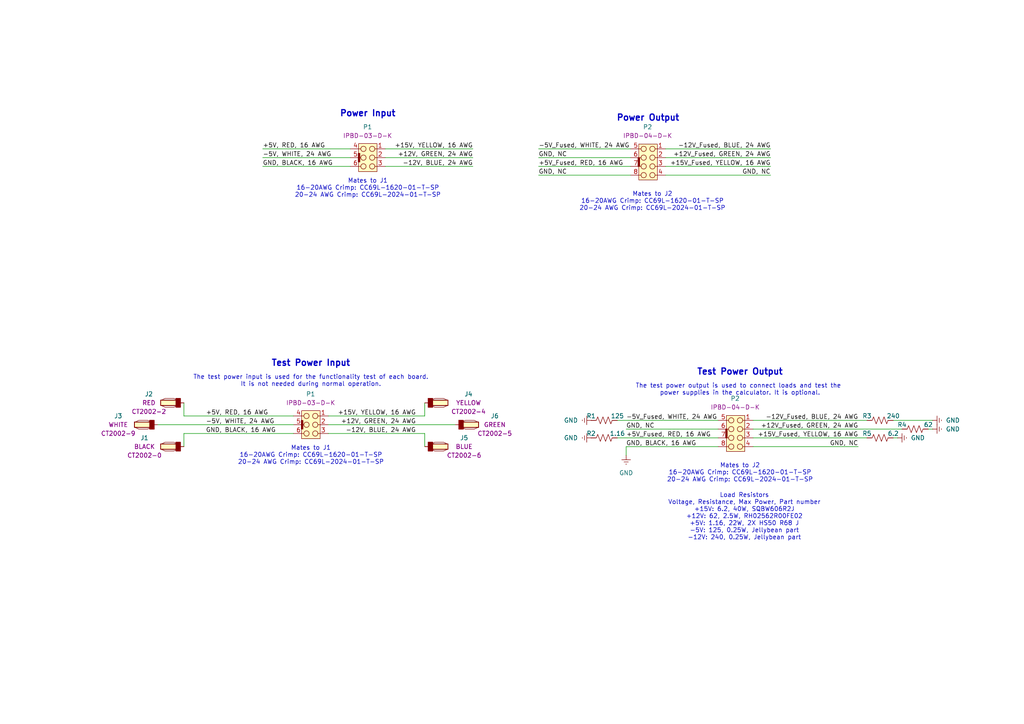
<source format=kicad_sch>
(kicad_sch (version 20250114) (generator "eeschema") (generator_version "9.0")
  (paper "A4")
  (lib_symbols
    (symbol "DB:Banana_Connectors/CT2002-0" (pin_numbers (hide yes)) (pin_names (hide yes))
      (property "Reference" "J" (at -0.762 2.286 0))
      (property "Color" "BLACK" (at -0.254 -2.54 0))
      (property "MPN" "CT2002-0" (at 0 0 0))
      (symbol "Banana_Connectors/CT2002-0_0_1"
        (rectangle (start -2.921 0.762) (end 2.159 -0.762) (stroke (width 0.254)) (fill (type background)))
        (polyline (pts (xy -2.794 0.762) (xy -1.651 1.27) (xy 0.889 1.27) (xy 2.032 0.762)))
        (polyline (pts (xy -2.794 -0.762) (xy -1.651 -1.27) (xy 0.889 -1.27) (xy 2.032 -0.762)))
        (rectangle (start 1.524 1.27) (end 2.794 -1.27) (stroke (width 0.254)) (fill (type outline)))
      )
      (symbol "Banana_Connectors/CT2002-0_1_1"
        (pin passive line (at 3.81 0 180) (length 1) (name "") (number "J"))
      )
    )
    (symbol "DB:Banana_Connectors/CT2002-2" (pin_numbers (hide yes)) (pin_names (hide yes))
      (property "Reference" "J" (at -0.762 2.286 0))
      (property "Color" "RED" (at -0.254 -2.54 0))
      (property "MPN" "CT2002-2" (at 0 0 0))
      (symbol "Banana_Connectors/CT2002-2_0_1"
        (rectangle (start -2.921 0.762) (end 2.159 -0.762) (stroke (width 0.254)) (fill (type background)))
        (polyline (pts (xy -2.794 0.762) (xy -1.651 1.27) (xy 0.889 1.27) (xy 2.032 0.762)))
        (polyline (pts (xy -2.794 -0.762) (xy -1.651 -1.27) (xy 0.889 -1.27) (xy 2.032 -0.762)))
        (rectangle (start 1.524 1.27) (end 2.794 -1.27) (stroke (width 0.254)) (fill (type outline)))
      )
      (symbol "Banana_Connectors/CT2002-2_1_1"
        (pin passive line (at 3.81 0 180) (length 1) (name "") (number "J"))
      )
    )
    (symbol "DB:Banana_Connectors/CT2002-4" (pin_numbers (hide yes)) (pin_names (hide yes))
      (property "Reference" "J" (at -0.762 2.286 0))
      (property "Color" "YELLOW" (at -0.254 -2.54 0))
      (property "MPN" "CT2002-4" (at 0 0 0))
      (symbol "Banana_Connectors/CT2002-4_0_1"
        (rectangle (start -2.921 0.762) (end 2.159 -0.762) (stroke (width 0.254)) (fill (type background)))
        (polyline (pts (xy -2.794 0.762) (xy -1.651 1.27) (xy 0.889 1.27) (xy 2.032 0.762)))
        (polyline (pts (xy -2.794 -0.762) (xy -1.651 -1.27) (xy 0.889 -1.27) (xy 2.032 -0.762)))
        (rectangle (start 1.524 1.27) (end 2.794 -1.27) (stroke (width 0.254)) (fill (type outline)))
      )
      (symbol "Banana_Connectors/CT2002-4_1_1"
        (pin passive line (at 3.81 0 180) (length 1) (name "") (number "J"))
      )
    )
    (symbol "DB:Banana_Connectors/CT2002-5" (pin_numbers (hide yes)) (pin_names (hide yes))
      (property "Reference" "J" (at -0.762 2.286 0))
      (property "Color" "GREEN" (at -0.254 -2.54 0))
      (property "MPN" "CT2002-5" (at 0 0 0))
      (symbol "Banana_Connectors/CT2002-5_0_1"
        (rectangle (start -2.921 0.762) (end 2.159 -0.762) (stroke (width 0.254)) (fill (type background)))
        (polyline (pts (xy -2.794 0.762) (xy -1.651 1.27) (xy 0.889 1.27) (xy 2.032 0.762)))
        (polyline (pts (xy -2.794 -0.762) (xy -1.651 -1.27) (xy 0.889 -1.27) (xy 2.032 -0.762)))
        (rectangle (start 1.524 1.27) (end 2.794 -1.27) (stroke (width 0.254)) (fill (type outline)))
      )
      (symbol "Banana_Connectors/CT2002-5_1_1"
        (pin passive line (at 3.81 0 180) (length 1) (name "") (number "J"))
      )
    )
    (symbol "DB:Banana_Connectors/CT2002-6" (pin_numbers (hide yes)) (pin_names (hide yes))
      (property "Reference" "J" (at -0.762 2.286 0))
      (property "Color" "BLUE" (at -0.254 -2.54 0))
      (property "MPN" "CT2002-6" (at 0 0 0))
      (symbol "Banana_Connectors/CT2002-6_0_1"
        (rectangle (start -2.921 0.762) (end 2.159 -0.762) (stroke (width 0.254)) (fill (type background)))
        (polyline (pts (xy -2.794 0.762) (xy -1.651 1.27) (xy 0.889 1.27) (xy 2.032 0.762)))
        (polyline (pts (xy -2.794 -0.762) (xy -1.651 -1.27) (xy 0.889 -1.27) (xy 2.032 -0.762)))
        (rectangle (start 1.524 1.27) (end 2.794 -1.27) (stroke (width 0.254)) (fill (type outline)))
      )
      (symbol "Banana_Connectors/CT2002-6_1_1"
        (pin passive line (at 3.81 0 180) (length 1) (name "") (number "J"))
      )
    )
    (symbol "DB:Banana_Connectors/CT2002-9" (pin_numbers (hide yes)) (pin_names (hide yes))
      (property "Reference" "J" (at -0.762 2.286 0))
      (property "Color" "WHITE" (at -0.254 -2.54 0))
      (property "MPN" "CT2002-9" (at 0 0 0))
      (symbol "Banana_Connectors/CT2002-9_0_1"
        (rectangle (start -2.921 0.762) (end 2.159 -0.762) (stroke (width 0.254)) (fill (type background)))
        (polyline (pts (xy -2.794 0.762) (xy -1.651 1.27) (xy 0.889 1.27) (xy 2.032 0.762)))
        (polyline (pts (xy -2.794 -0.762) (xy -1.651 -1.27) (xy 0.889 -1.27) (xy 2.032 -0.762)))
        (rectangle (start 1.524 1.27) (end 2.794 -1.27) (stroke (width 0.254)) (fill (type outline)))
      )
      (symbol "Banana_Connectors/CT2002-9_1_1"
        (pin passive line (at 3.81 0 180) (length 1) (name "") (number "J"))
      )
    )
    (symbol "DB:Connector_Samtec/SAM9554-ND" (pin_names (offset 1.016) (hide yes))
      (property "Reference" "J" (at -0.254 8.382 0))
      (property "MPN" "IPBT-103-H1-T-D-K" (at 0 0 0))
      (symbol "Connector_Samtec/SAM9554-ND_1_1"
        (rectangle (start -2.794 1.27) (end -2.286 -1.27) (fill (type outline)))
        (rectangle (start -2.667 4.064) (end 2.667 -4.064) (fill (type background)))
        (circle (center -1.27 2.54) (radius 0.762))
        (circle (center -1.27 0) (radius 0.762))
        (circle (center -1.27 -2.54) (radius 0.762))
        (circle (center 1.27 2.54) (radius 0.762))
        (circle (center 1.27 0) (radius 0.762))
        (circle (center 1.27 -2.54) (radius 0.762))
        (pin passive line (at -5.08 2.54 0) (length 3) (name "Pin_4") (number "4"))
        (pin passive line (at -5.08 0 0) (length 3) (name "Pin_5") (number "5"))
        (pin passive line (at -5.08 -2.54 0) (length 3) (name "Pin_6") (number "6"))
        (pin passive line (at 5.08 2.54 180) (length 3) (name "Pin_1") (number "1"))
        (pin passive line (at 5.08 0 180) (length 3) (name "Pin_2") (number "2"))
        (pin passive line (at 5.08 -2.54 180) (length 3) (name "Pin_3") (number "3"))
      )
    )
    (symbol "DB:Connector_Samtec/SAM9558-ND" (pin_names (offset 1.016) (hide yes))
      (property "Reference" "J" (at -2.54 6.858 0))
      (property "MPN" "IPBT-104-H1-T-D-K" (at 0 0 0))
      (symbol "Connector_Samtec/SAM9558-ND_1_1"
        (rectangle (start -2.921 1.27) (end -2.413 -1.27) (fill (type outline)))
        (rectangle (start -2.667 5.207) (end 2.667 -5.207) (fill (type background)))
        (circle (center -1.27 3.81) (radius 0.762))
        (circle (center -1.27 1.27) (radius 0.762))
        (circle (center -1.27 -1.27) (radius 0.762))
        (circle (center -1.27 -3.81) (radius 0.762))
        (circle (center 1.27 3.81) (radius 0.762))
        (circle (center 1.27 1.27) (radius 0.762))
        (circle (center 1.27 -1.27) (radius 0.762))
        (circle (center 1.27 -3.81) (radius 0.762))
        (pin passive line (at -5.08 3.81 0) (length 3) (name "Pin_5") (number "5"))
        (pin passive line (at -5.08 1.27 0) (length 3) (name "Pin_6") (number "6"))
        (pin passive line (at -5.08 -1.27 0) (length 3) (name "Pin_7") (number "7"))
        (pin passive line (at -5.08 -3.81 0) (length 3) (name "Pin_8") (number "8"))
        (pin passive line (at 5.08 3.81 180) (length 3) (name "Pin_1") (number "1"))
        (pin passive line (at 5.08 1.27 180) (length 3) (name "Pin_2") (number "2"))
        (pin passive line (at 5.08 -1.27 180) (length 3) (name "Pin_3") (number "3"))
        (pin passive line (at 5.08 -3.81 180) (length 3) (name "Pin_4") (number "4"))
      )
    )
    (symbol "DB:Power_Symbols/GND" (power) (pin_numbers (hide yes)) (pin_names (offset 0) (hide yes))
      (property "Value" "GND" (at 0 -3.556 0))
      (symbol "Power_Symbols/GND_0_1"
        (polyline (pts (xy -0.635 -1.905) (xy 0.635 -1.905)))
        (polyline (pts (xy -0.127 -2.54) (xy 0.127 -2.54)))
        (polyline (pts (xy 0 -1.27) (xy 0 0)))
        (polyline (pts (xy 1.27 -1.27) (xy -1.27 -1.27)))
      )
      (symbol "Power_Symbols/GND_1_1"
        (pin power_in line (at 0 0 270) (length 0) (name "~") (number "1"))
      )
    )
    (symbol "Device:R_US" (pin_numbers (hide yes)) (pin_names (offset 0))
      (property "Reference" "R" (at 2.54 0 90))
      (property "Value" "R_US" (at -2.54 0 90))
      (symbol "R_US_0_1"
        (polyline (pts (xy 0 2.286) (xy 0 2.54)))
        (polyline (pts (xy 0 2.286) (xy 1.016 1.905) (xy 0 1.524) (xy -1.016 1.143) (xy 0 0.762)))
        (polyline (pts (xy 0 0.762) (xy 1.016 0.381) (xy 0 0) (xy -1.016 -0.381) (xy 0 -0.762)))
        (polyline (pts (xy 0 -0.762) (xy 1.016 -1.143) (xy 0 -1.524) (xy -1.016 -1.905) (xy 0 -2.286)))
        (polyline (pts (xy 0 -2.286) (xy 0 -2.54)))
      )
      (symbol "R_US_1_1"
        (pin passive line (at 0 3.81 270) (length 1.27) (name "~") (number "1"))
        (pin passive line (at 0 -3.81 90) (length 1.27) (name "~") (number "2"))
      )
    )
  )
  (text "The test power output is used to connect loads and test the \npower supplies in the calculator. It is optional." (at 214.63 113.03 0) (effects (font (size 1.27 1.27))))
  (text "Mates to J1\n16-20AWG Crimp: CC69L-1620-01-T-SP\n20-24 AWG Crimp: CC69L-2024-01-T-SP" (at 90.17 132.08 0) (effects (font (size 1.27 1.27))))
  (text "Mates to J2\n16-20AWG Crimp: CC69L-1620-01-T-SP\n20-24 AWG Crimp: CC69L-2024-01-T-SP" (at 214.63 137.16 0) (effects (font (size 1.27 1.27))))
  (text "Load Resistors\nVoltage, Resistance, Max Power, Part number\n+15V: 6.2, 40W, SQBW606R2J\n+12V: 62, 2.5W, RH02562R00FE02\n+5V: 1.16, 22W, 2X HS50 R68 J\n-5V: 125, 0.25W, Jellybean part\n-12V: 240, 0.25W, Jellybean part" (at 215.9 149.86 0) (effects (font (size 1.27 1.27))))
  (text "The test power input is used for the functionality test of each board.\nIt is not needed during normal operation." (at 90.17 110.49 0) (effects (font (size 1.27 1.27))))
  (text "Mates to J1\n16-20AWG Crimp: CC69L-1620-01-T-SP\n20-24 AWG Crimp: CC69L-2024-01-T-SP" (at 106.68 54.61 0) (effects (font (size 1.27 1.27))))
  (text "Power Output" (at 187.96 34.29 0) (effects (font (size 1.778 1.778) (thickness 0.3556) (bold yes))))
  (text "Power Input" (at 106.68 33.02 0) (effects (font (size 1.778 1.778) (thickness 0.3556) (bold yes))))
  (text "Test Power Input" (at 90.17 105.41 0) (effects (font (size 1.778 1.778) (thickness 0.3556) (bold yes))))
  (text "Mates to J2\n16-20AWG Crimp: CC69L-1620-01-T-SP\n20-24 AWG Crimp: CC69L-2024-01-T-SP" (at 189.23 58.42 0) (effects (font (size 1.27 1.27))))
  (text "Test Power Output" (at 214.63 107.95 0) (effects (font (size 1.778 1.778) (thickness 0.3556) (bold yes))))
  (wire (pts (xy 193.04 43.18) (xy 223.52 43.18)))
  (wire (pts (xy 193.04 45.72) (xy 223.52 45.72)))
  (wire (pts (xy 156.21 48.26) (xy 182.88 48.26)))
  (wire (pts (xy 179.07 121.92) (xy 208.28 121.92)))
  (wire (pts (xy 111.76 45.72) (xy 137.16 45.72)))
  (wire (pts (xy 193.04 48.26) (xy 223.52 48.26)))
  (wire (pts (xy 218.44 127) (xy 251.46 127)))
  (wire (pts (xy 76.2 43.18) (xy 101.6 43.18)))
  (wire (pts (xy 53.34 116.84) (xy 53.34 120.65)))
  (wire (pts (xy 111.76 43.18) (xy 137.16 43.18)))
  (wire (pts (xy 45.72 123.19) (xy 85.09 123.19)))
  (wire (pts (xy 76.2 48.26) (xy 101.6 48.26)))
  (wire (pts (xy 181.61 124.46) (xy 208.28 124.46)))
  (wire (pts (xy 53.34 120.65) (xy 85.09 120.65)))
  (wire (pts (xy 181.61 129.54) (xy 181.61 132.08)))
  (wire (pts (xy 76.2 45.72) (xy 101.6 45.72)))
  (wire (pts (xy 95.25 125.73) (xy 123.19 125.73)))
  (wire (pts (xy 156.21 43.18) (xy 182.88 43.18)))
  (wire (pts (xy 156.21 50.8) (xy 182.88 50.8)))
  (wire (pts (xy 156.21 45.72) (xy 182.88 45.72)))
  (wire (pts (xy 193.04 50.8) (xy 223.52 50.8)))
  (wire (pts (xy 53.34 125.73) (xy 53.34 129.54)))
  (wire (pts (xy 123.19 125.73) (xy 123.19 129.54)))
  (wire (pts (xy 179.07 127) (xy 208.28 127)))
  (wire (pts (xy 95.25 123.19) (xy 132.08 123.19)))
  (wire (pts (xy 218.44 129.54) (xy 248.92 129.54)))
  (wire (pts (xy 111.76 48.26) (xy 137.16 48.26)))
  (wire (pts (xy 259.08 121.92) (xy 270.51 121.92)))
  (wire (pts (xy 95.25 120.65) (xy 123.19 120.65)))
  (wire (pts (xy 218.44 121.92) (xy 251.46 121.92)))
  (wire (pts (xy 123.19 120.65) (xy 123.19 116.84)))
  (wire (pts (xy 218.44 124.46) (xy 261.62 124.46)))
  (wire (pts (xy 181.61 129.54) (xy 208.28 129.54)))
  (wire (pts (xy 270.51 124.46) (xy 269.24 124.46)))
  (wire (pts (xy 53.34 125.73) (xy 85.09 125.73)))
  (wire (pts (xy 259.08 127) (xy 260.35 127)))
  (label "-5V_Fused, WHITE, 24 AWG" (at 181.61 121.92 0))
  (label "-5V, WHITE, 24 AWG" (at 59.69 123.19 0))
  (label "+12V_Fused, GREEN, 24 AWG" (at 223.52 45.72 180))
  (label "GND, NC" (at 156.21 50.8 0))
  (label "+12V_Fused, GREEN, 24 AWG" (at 248.92 124.46 180))
  (label "+15V, YELLOW, 16 AWG" (at 137.16 43.18 180))
  (label "-12V_Fused, BLUE, 24 AWG" (at 223.52 43.18 180))
  (label "+5V, RED, 16 AWG" (at 59.69 120.65 0))
  (label "+5V, RED, 16 AWG" (at 76.2 43.18 0))
  (label "GND, BLACK, 16 AWG" (at 76.2 48.26 0))
  (label "+12V, GREEN, 24 AWG" (at 120.65 123.19 180))
  (label "+12V, GREEN, 24 AWG" (at 137.16 45.72 180))
  (label "GND, NC" (at 248.92 129.54 180))
  (label "GND, NC" (at 223.52 50.8 180))
  (label "-12V, BLUE, 24 AWG" (at 120.65 125.73 180))
  (label "+15V_Fused, YELLOW, 16 AWG" (at 248.92 127 180))
  (label "GND, NC" (at 156.21 45.72 0))
  (label "+5V_Fused, RED, 16 AWG" (at 181.61 127 0))
  (label "+15V, YELLOW, 16 AWG" (at 120.65 120.65 180))
  (label "-5V_Fused, WHITE, 24 AWG" (at 156.21 43.18 0))
  (label "+5V_Fused, RED, 16 AWG" (at 156.21 48.26 0))
  (label "GND, BLACK, 16 AWG" (at 59.69 125.73 0))
  (label "GND, BLACK, 16 AWG" (at 181.61 129.54 0))
  (label "-5V, WHITE, 24 AWG" (at 76.2 45.72 0))
  (label "GND, NC" (at 181.61 124.46 0))
  (label "-12V, BLUE, 24 AWG" (at 137.16 48.26 180))
  (label "+15V_Fused, YELLOW, 16 AWG" (at 223.52 48.26 180))
  (label "-12V_Fused, BLUE, 24 AWG" (at 248.92 121.92 180))
  (symbol (lib_id "Device:R_US") (at 255.27 127 90) (unit 1)
    (property "Reference" "R5" (at 251.46 125.73 90))
    (property "Value" "6.2" (at 259.08 125.73 90))
    (property "Description" "Resistor, US symbol" (effects (hide yes)))
  )
  (symbol (lib_id "DB:Connector_Samtec/SAM9558-ND") (at 187.96 46.99 0) (unit 1)
    (property "Reference" "P2" (at 187.833 36.83 0))
    (property "Value" "IPBT-104-H1-T-D-K" (effects (hide yes)))
    (property "Footprint" "DB_Connector_Samtec:SAMTEC_IPBT-104-H1-T-D-K" (effects (hide yes)))
    (property "Description" "Connector Header Through Hole 8 position 0.165\" (4.20mm)" (effects (hide yes)))
    (property "MPN" "IPBD-04-D-K" (at 187.833 39.37 0))
    (property "Positions" "8" (effects (hide yes)))
    (property "Disc" "Connector Header Through Hole 8 position 0.165\" (4.20mm)" (effects (hide yes)))
    (property "Manufacture" "Samtec Inc." (effects (hide yes)))
    (property "Current" "9.3A" (effects (hide yes)))
    (property "Voltage" "400VAC, 565VDC" (effects (hide yes)))
  )
  (symbol (lib_id "DB:Power_Symbols/GND") (at 181.61 132.08 0) (unit 1)
    (property "Reference" "#PWR025" (effects (hide yes)))
    (property "Value" "GND" (at 181.61 137.16 0))
    (property "Description" "GND" (effects (hide yes)))
  )
  (symbol (lib_id "DB:Banana_Connectors/CT2002-4") (at 127 116.84 0) (mirror y) (unit 1)
    (property "Reference" "J4" (at 135.89 114.3 0))
    (property "Value" "Banana_Jack_Solder_575-8" (effects (hide yes)))
    (property "Description" "CONN BANANA PLUG SOLDER YELLOW" (effects (hide yes)))
    (property "Color" "YELLOW" (at 135.89 116.84 0))
    (property "Disc" "CONN BANANA PLUG SOLDER YELLOW" (effects (hide yes)))
    (property "MPN" "CT2002-4" (at 135.89 119.38 0))
    (property "Manufacture" "Cal Test Electronics" (effects (hide yes)))
    (property "Type" "PLUG" (effects (hide yes)))
    (property "Size" "STANDARD" (effects (hide yes)))
    (property "Symbol Heritage" "PROVEN" (effects (hide yes)))
    (property "Footprint Heritage" "NA" (effects (hide yes)))
  )
  (symbol (lib_id "DB:Power_Symbols/GND") (at 260.35 127 90) (unit 1)
    (property "Reference" "#PWR030" (effects (hide yes)))
    (property "Value" "GND" (at 264.16 126.9999 90) (effects (justify right)))
    (property "Description" "GND" (effects (hide yes)))
  )
  (symbol (lib_id "DB:Banana_Connectors/CT2002-2") (at 49.53 116.84 0) (unit 1)
    (property "Reference" "J2" (at 43.18 114.3 0))
    (property "Value" "Banana_Jack_Solder_575-8" (effects (hide yes)))
    (property "Description" "CONN BANANA PLUG SOLDER RED" (effects (hide yes)))
    (property "Color" "RED" (at 43.18 116.84 0))
    (property "Disc" "CONN BANANA PLUG SOLDER RED" (effects (hide yes)))
    (property "MPN" "CT2002-2" (at 43.18 119.38 0))
    (property "Manufacture" "Cal Test Electronics" (effects (hide yes)))
    (property "Type" "PLUG" (effects (hide yes)))
    (property "Size" "STANDARD" (effects (hide yes)))
    (property "Symbol Heritage" "PROVEN" (effects (hide yes)))
    (property "Footprint Heritage" "NA" (effects (hide yes)))
  )
  (symbol (lib_id "DB:Banana_Connectors/CT2002-0") (at 49.53 129.54 0) (unit 1)
    (property "Reference" "J1" (at 41.91 127 0))
    (property "Value" "Banana_Jack_Solder_575-8" (effects (hide yes)))
    (property "Description" "CONN BANANA PLUG SOLDER BLACK" (effects (hide yes)))
    (property "Color" "BLACK" (at 41.91 129.54 0))
    (property "Disc" "CONN BANANA PLUG SOLDER BLACK" (effects (hide yes)))
    (property "MPN" "CT2002-0" (at 41.91 132.08 0))
    (property "Manufacture" "Cal Test Electronics" (effects (hide yes)))
    (property "Type" "PLUG" (effects (hide yes)))
    (property "Size" "STANDARD" (effects (hide yes)))
    (property "Symbol Heritage" "PROVEN" (effects (hide yes)))
    (property "Footprint Heritage" "NA" (effects (hide yes)))
  )
  (symbol (lib_id "DB:Power_Symbols/GND") (at 270.51 121.92 90) (unit 1)
    (property "Reference" "#PWR029" (effects (hide yes)))
    (property "Value" "GND" (at 274.32 121.9199 90) (effects (justify right)))
    (property "Description" "GND" (effects (hide yes)))
  )
  (symbol (lib_id "DB:Banana_Connectors/CT2002-5") (at 135.89 123.19 0) (mirror y) (unit 1)
    (property "Reference" "J6" (at 143.51 120.65 0))
    (property "Value" "Banana_Jack_Solder_575-8" (effects (hide yes)))
    (property "Description" "CONN BANANA PLUG SOLDER GREEN" (effects (hide yes)))
    (property "Color" "GREEN" (at 143.51 123.19 0))
    (property "Disc" "CONN BANANA PLUG SOLDER GREEN" (effects (hide yes)))
    (property "MPN" "CT2002-5" (at 143.51 125.73 0))
    (property "Manufacture" "Cal Test Electronics" (effects (hide yes)))
    (property "Type" "PLUG" (effects (hide yes)))
    (property "Size" "STANDARD" (effects (hide yes)))
    (property "Symbol Heritage" "PROVEN" (effects (hide yes)))
    (property "Footprint Heritage" "NA" (effects (hide yes)))
  )
  (symbol (lib_id "DB:Power_Symbols/GND") (at 270.51 124.46 90) (unit 1)
    (property "Reference" "#PWR028" (effects (hide yes)))
    (property "Value" "GND" (at 274.32 124.4599 90) (effects (justify right)))
    (property "Description" "GND" (effects (hide yes)))
  )
  (symbol (lib_id "Device:R_US") (at 175.26 121.92 90) (unit 1)
    (property "Reference" "R1" (at 171.45 120.65 90))
    (property "Value" "125" (at 179.07 120.65 90))
    (property "Description" "Resistor, US symbol" (effects (hide yes)))
  )
  (symbol (lib_id "DB:Banana_Connectors/CT2002-9") (at 41.91 123.19 0) (unit 1)
    (property "Reference" "J3" (at 34.29 120.65 0))
    (property "Value" "Banana_Jack_Solder_575-8" (effects (hide yes)))
    (property "Description" "CONN BANANA PLUG SOLDER WHITE" (effects (hide yes)))
    (property "Color" "WHITE" (at 34.29 123.19 0))
    (property "Disc" "CONN BANANA PLUG SOLDER WHITE" (effects (hide yes)))
    (property "MPN" "CT2002-9" (at 34.29 125.73 0))
    (property "Manufacture" "Cal Test Electronics" (effects (hide yes)))
    (property "Type" "PLUG" (effects (hide yes)))
    (property "Size" "STANDARD" (effects (hide yes)))
    (property "Symbol Heritage" "PROVEN" (effects (hide yes)))
    (property "Footprint Heritage" "NA" (effects (hide yes)))
  )
  (symbol (lib_id "Device:R_US") (at 265.43 124.46 90) (unit 1)
    (property "Reference" "R4" (at 261.62 123.19 90))
    (property "Value" "62" (at 269.24 123.19 90))
    (property "Description" "Resistor, US symbol" (effects (hide yes)))
  )
  (symbol (lib_id "DB:Power_Symbols/GND") (at 171.45 121.92 270) (unit 1)
    (property "Reference" "#PWR027" (effects (hide yes)))
    (property "Value" "GND" (at 167.64 121.9199 90) (effects (justify right)))
    (property "Description" "GND" (effects (hide yes)))
  )
  (symbol (lib_id "DB:Banana_Connectors/CT2002-6") (at 127 129.54 0) (mirror y) (unit 1)
    (property "Reference" "J5" (at 134.62 127 0))
    (property "Value" "Banana_Jack_Solder_575-8" (effects (hide yes)))
    (property "Description" "CONN BANANA PLUG SOLDER BLUE" (effects (hide yes)))
    (property "Color" "BLUE" (at 134.62 129.54 0))
    (property "Disc" "CONN BANANA PLUG SOLDER BLUE" (effects (hide yes)))
    (property "MPN" "CT2002-6" (at 134.62 132.08 0))
    (property "Manufacture" "Cal Test Electronics" (effects (hide yes)))
    (property "Type" "PLUG" (effects (hide yes)))
    (property "Size" "STANDARD" (effects (hide yes)))
    (property "Symbol Heritage" "PROVEN" (effects (hide yes)))
    (property "Footprint Heritage" "NA" (effects (hide yes)))
  )
  (symbol (lib_id "DB:Connector_Samtec/SAM9558-ND") (at 213.36 125.73 0) (unit 1)
    (property "Reference" "P2" (at 213.233 115.57 0))
    (property "Value" "IPBT-104-H1-T-D-K" (effects (hide yes)))
    (property "Footprint" "DB_Connector_Samtec:SAMTEC_IPBT-104-H1-T-D-K" (effects (hide yes)))
    (property "Description" "Connector Header Through Hole 8 position 0.165\" (4.20mm)" (effects (hide yes)))
    (property "MPN" "IPBD-04-D-K" (at 213.233 118.11 0))
    (property "Positions" "8" (effects (hide yes)))
    (property "Disc" "Connector Header Through Hole 8 position 0.165\" (4.20mm)" (effects (hide yes)))
    (property "Manufacture" "Samtec Inc." (effects (hide yes)))
    (property "Current" "9.3A" (effects (hide yes)))
    (property "Voltage" "400VAC, 565VDC" (effects (hide yes)))
  )
  (symbol (lib_id "DB:Connector_Samtec/SAM9554-ND") (at 90.17 123.19 0) (unit 1)
    (property "Reference" "P1" (at 90.1065 114.3 0))
    (property "Value" "IPBT-103-H1-T-D-K" (effects (hide yes)))
    (property "Footprint" "DB_Connector_Samtec:SAMTEC_IPBT-103-H1-T-D-K" (effects (hide yes)))
    (property "Description" "Connector Header Through Hole 6 position 0.165\" (4.20mm)" (effects (hide yes)))
    (property "MPN" "IPBD-03-D-K" (at 90.1065 116.84 0))
    (property "Positions" "6" (effects (hide yes)))
    (property "Disc" "Connector Header Through Hole 6 position 0.165\" (4.20mm)" (effects (hide yes)))
    (property "Manufacture" "Samtec Inc." (effects (hide yes)))
    (property "Current" "9.3A" (effects (hide yes)))
    (property "Voltage" "400VAC, 565VDC" (effects (hide yes)))
  )
  (symbol (lib_id "Device:R_US") (at 255.27 121.92 90) (unit 1)
    (property "Reference" "R3" (at 251.46 120.65 90))
    (property "Value" "240" (at 259.08 120.65 90))
    (property "Description" "Resistor, US symbol" (effects (hide yes)))
  )
  (symbol (lib_id "DB:Power_Symbols/GND") (at 171.45 127 270) (unit 1)
    (property "Reference" "#PWR026" (effects (hide yes)))
    (property "Value" "GND" (at 167.64 126.9999 90) (effects (justify right)))
    (property "Description" "GND" (effects (hide yes)))
  )
  (symbol (lib_id "DB:Connector_Samtec/SAM9554-ND") (at 106.68 45.72 0) (unit 1)
    (property "Reference" "P1" (at 106.6165 36.83 0))
    (property "Value" "IPBT-103-H1-T-D-K" (effects (hide yes)))
    (property "Footprint" "DB_Connector_Samtec:SAMTEC_IPBT-103-H1-T-D-K" (effects (hide yes)))
    (property "Description" "Connector Header Through Hole 6 position 0.165\" (4.20mm)" (effects (hide yes)))
    (property "MPN" "IPBD-03-D-K" (at 106.6165 39.37 0))
    (property "Positions" "6" (effects (hide yes)))
    (property "Disc" "Connector Header Through Hole 6 position 0.165\" (4.20mm)" (effects (hide yes)))
    (property "Manufacture" "Samtec Inc." (effects (hide yes)))
    (property "Current" "9.3A" (effects (hide yes)))
    (property "Voltage" "400VAC, 565VDC" (effects (hide yes)))
  )
  (symbol (lib_id "Device:R_US") (at 175.26 127 90) (unit 1)
    (property "Reference" "R2" (at 171.45 125.73 90))
    (property "Value" "1.16" (at 179.07 125.73 90))
    (property "Description" "Resistor, US symbol" (effects (hide yes)))
  )
)
</source>
